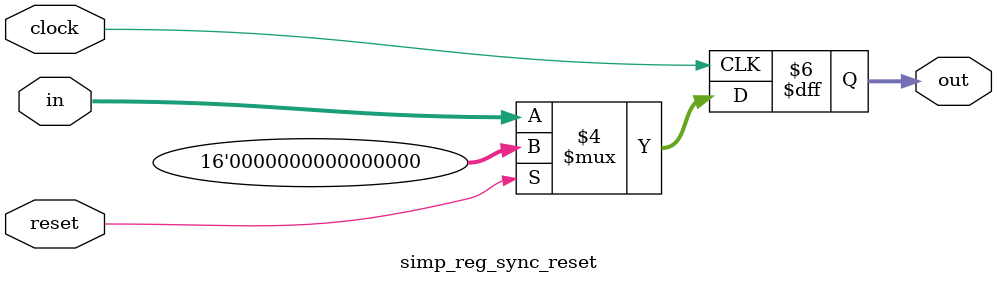
<source format=v>
module simp_reg_sync_reset #(parameter W=16) (in, reset, clock, out);
	input [W-1:0] in;
	input clock, reset;
	output reg [W-1:0] out;
	
	always@(posedge clock)
	begin
		if (reset==1) begin			// If reset is 1, output is zero
			out=0;						// Otherwise, input is loaded to output
		end else begin 
			out=in;
		end
	end
endmodule

</source>
